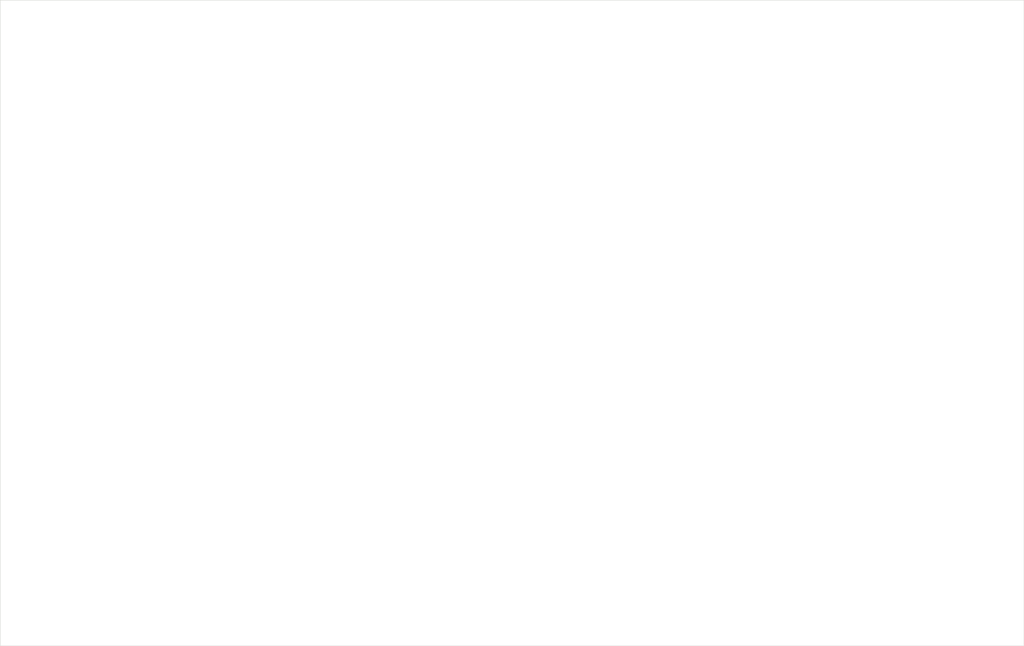
<source format=kicad_pcb>
(kicad_pcb (version 20211014) (generator pcbnew)

  (general
    (thickness 1.6)
  )

  (paper "A4")
  (layers
    (0 "F.Cu" signal)
    (31 "B.Cu" signal)
    (32 "B.Adhes" user "B.Adhesive")
    (33 "F.Adhes" user "F.Adhesive")
    (34 "B.Paste" user)
    (35 "F.Paste" user)
    (36 "B.SilkS" user "B.Silkscreen")
    (37 "F.SilkS" user "F.Silkscreen")
    (38 "B.Mask" user)
    (39 "F.Mask" user)
    (40 "Dwgs.User" user "User.Drawings")
    (41 "Cmts.User" user "User.Comments")
    (42 "Eco1.User" user "User.Eco1")
    (43 "Eco2.User" user "User.Eco2")
    (44 "Edge.Cuts" user)
    (45 "Margin" user)
    (46 "B.CrtYd" user "B.Courtyard")
    (47 "F.CrtYd" user "F.Courtyard")
    (48 "B.Fab" user)
    (49 "F.Fab" user)
    (50 "User.1" user)
    (51 "User.2" user)
    (52 "User.3" user)
    (53 "User.4" user)
    (54 "User.5" user)
    (55 "User.6" user)
    (56 "User.7" user)
    (57 "User.8" user)
    (58 "User.9" user)
  )

  (setup
    (pad_to_mask_clearance 0)
    (pcbplotparams
      (layerselection 0x00010fc_ffffffff)
      (disableapertmacros false)
      (usegerberextensions false)
      (usegerberattributes true)
      (usegerberadvancedattributes true)
      (creategerberjobfile true)
      (svguseinch false)
      (svgprecision 6)
      (excludeedgelayer true)
      (plotframeref false)
      (viasonmask false)
      (mode 1)
      (useauxorigin false)
      (hpglpennumber 1)
      (hpglpenspeed 20)
      (hpglpendiameter 15.000000)
      (dxfpolygonmode true)
      (dxfimperialunits true)
      (dxfusepcbnewfont true)
      (psnegative false)
      (psa4output false)
      (plotreference true)
      (plotvalue true)
      (plotinvisibletext false)
      (sketchpadsonfab false)
      (subtractmaskfromsilk false)
      (outputformat 1)
      (mirror false)
      (drillshape 1)
      (scaleselection 1)
      (outputdirectory "")
    )
  )

  (net 0 "")

  (gr_rect (start 89.75 51.5) (end 213.75 129.75) (layer "Edge.Cuts") (width 0.05) (fill none) (tstamp fac9aa36-667e-47ff-9b38-27ff130dd8e2))

)

</source>
